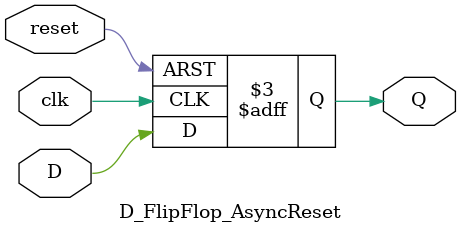
<source format=v>
module D_FlipFlop_AsyncReset(    //非同步
	input D,
	input clk,  
	input reset,  
	output reg Q 
);
  
  always @(posedge clk or posedge reset) 
	begin
 	if(reset==1'b1)
  		Q = 1'b0; 
 	else 
  		Q = D; 
	end 
  
endmodule

</source>
